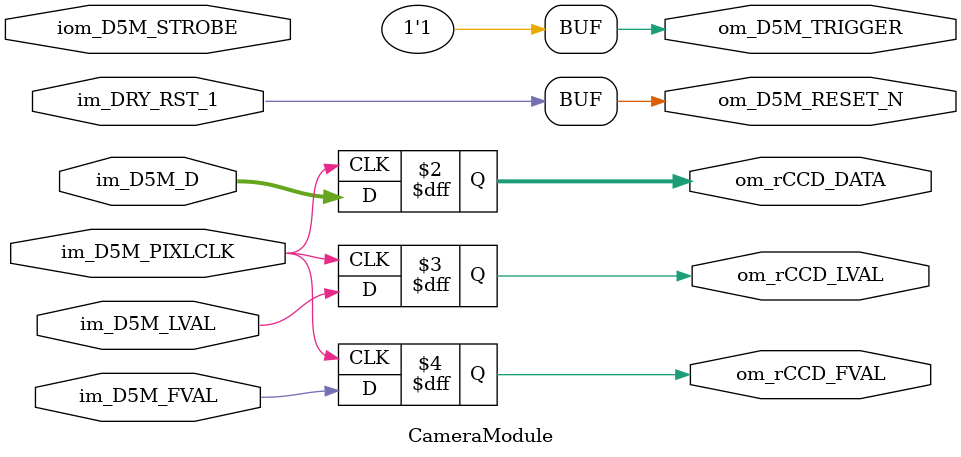
<source format=v>

module CameraModule
(
		im_D5M_D,
		im_D5M_FVAL,
		im_D5M_LVAL,
		im_D5M_PIXLCLK,
		om_D5M_RESET_N,

		iom_D5M_STROBE,
		om_D5M_TRIGGER,
		im_DRY_RST_1,

		//Output Data
		om_rCCD_DATA,
		om_rCCD_LVAL,
		om_rCCD_FVAL
);
input		    [11:0]		im_D5M_D;
input		          		im_D5M_FVAL;
input		          		im_D5M_LVAL;
input		          		im_D5M_PIXLCLK;
output		          	om_D5M_RESET_N;

input		          		iom_D5M_STROBE;
output		          	om_D5M_TRIGGER;
input 						im_DRY_RST_1;

//Output Data
output reg		[11:0] 	om_rCCD_DATA;
output reg					om_rCCD_LVAL;
output reg					om_rCCD_FVAL;
assign	om_D5M_TRIGGER	=	1'b1;  // tRIGGER
assign	om_D5M_RESET_N	=	im_DRY_RST_1;

//D5M read 
always@(posedge im_D5M_PIXLCLK)
begin
	om_rCCD_DATA	<=	im_D5M_D;
	om_rCCD_LVAL	<=	im_D5M_LVAL;
	om_rCCD_FVAL	<=	im_D5M_FVAL;
end

endmodule
</source>
